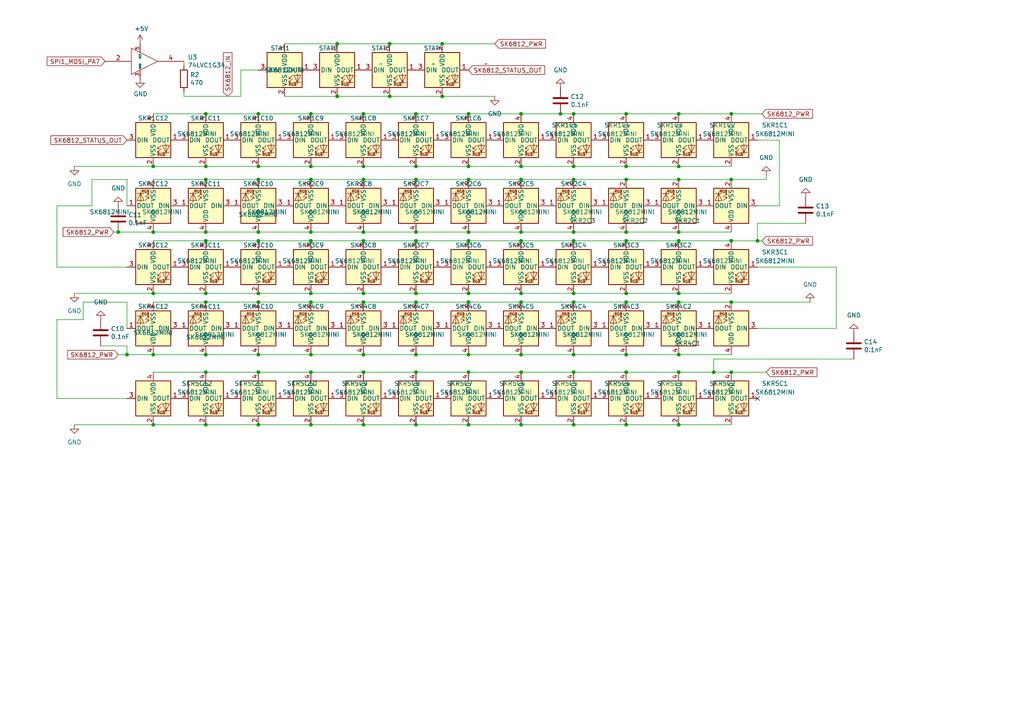
<source format=kicad_sch>
(kicad_sch (version 20211123) (generator eeschema)
  (paper "A4")
  (lib_symbols
    (symbol "Device:C" (pin_numbers hide) (pin_names (offset 0.254))
      (property "Reference" "C" (at 0.635 2.54 0))
      (property "Value" "C" (at 0.635 -2.54 0))
      (symbol "C_0_1"
        (polyline (pts (xy -2.032 -0.762) (xy 2.032 -0.762)) (stroke (width 0.508)))
        (polyline (pts (xy -2.032 0.762) (xy 2.032 0.762)) (stroke (width 0.508)))
      )
      (symbol "C_1_1"
        (pin passive line (at 0 3.81 270) (length 2.794) (name "~") (number "1"))
        (pin passive line (at 0 -3.81 90) (length 2.794) (name "~") (number "2"))
      )
    )
    (symbol "Device:R" (pin_numbers hide) (pin_names (offset 0))
      (property "Reference" "R" (at 2.032 0 90))
      (property "Value" "R" (at 0 0 90))
      (symbol "R_0_1"
        (rectangle (start -1.016 -2.54) (end 1.016 2.54) (stroke (width 0.254)))
      )
      (symbol "R_1_1"
        (pin passive line (at 0 3.81 270) (length 1.27) (name "~") (number "1"))
        (pin passive line (at 0 -3.81 90) (length 1.27) (name "~") (number "2"))
      )
    )
    (symbol "LED:SK6812MINI" (pin_names (offset 0.254))
      (property "Reference" "D" (at 5.08 5.715 0))
      (property "Value" "SK6812MINI" (at 1.27 -5.715 0))
      (symbol "SK6812MINI_0_0"
        (text "RGB" (at 2.286 -4.191 0) (effects (font (size 0.762 0.762))))
      )
      (symbol "SK6812MINI_0_1"
        (polyline (pts (xy 1.27 -3.556) (xy 1.778 -3.556)))
        (polyline (pts (xy 1.27 -2.54) (xy 1.778 -2.54)))
        (polyline (pts (xy 4.699 -3.556) (xy 2.667 -3.556)))
        (polyline (pts (xy 2.286 -2.54) (xy 1.27 -3.556) (xy 1.27 -3.048)))
        (polyline (pts (xy 2.286 -1.524) (xy 1.27 -2.54) (xy 1.27 -2.032)))
        (polyline (pts (xy 3.683 -1.016) (xy 3.683 -3.556) (xy 3.683 -4.064)))
        (polyline (pts (xy 4.699 -1.524) (xy 2.667 -1.524) (xy 3.683 -3.556) (xy 4.699 -1.524)))
        (rectangle (start 5.08 5.08) (end -5.08 -5.08) (stroke (width 0.254)) (fill (type background)))
      )
      (symbol "SK6812MINI_1_1"
        (pin output line (at 7.62 0 180) (length 2.54) (name "DOUT") (number "1"))
        (pin power_in line (at 0 -7.62 90) (length 2.54) (name "VSS") (number "2"))
        (pin input line (at -7.62 0 0) (length 2.54) (name "DIN") (number "3"))
        (pin power_in line (at 0 7.62 270) (length 2.54) (name "VDD") (number "4"))
      )
    )
    (symbol "pouetpouet-rescue:74LVC1G34-74LVC1G34" (pin_names (offset 0.254))
      (property "Reference" "U" (at 2.54 3.81 0))
      (property "Value" "74LVC1G34-74LVC1G34" (at 5.08 -3.81 0))
      (symbol "74LVC1G34-74LVC1G34_0_0"
        (polyline (pts (xy -3.81 3.81) (xy -3.81 -3.81) (xy 3.81 0) (xy -3.81 3.81)))
        (pin power_in line (at -1.27 -5.08 90) (length 2.54) (name "GND") (number "3"))
        (pin power_in line (at -1.27 5.08 270) (length 2.54) (name "VCC") (number "5"))
      )
      (symbol "74LVC1G34-74LVC1G34_1_1"
        (pin input line (at -11.43 0 0) (length 7.62) (name "~") (number "2"))
        (pin output line (at 11.43 0 180) (length 7.62) (name "~") (number "4"))
      )
      (symbol "74LVC1G34-74LVC1G34_1_2"
        (pin input inverted (at -11.43 0 0) (length 7.62) (name "~") (number "2"))
        (pin output line (at 11.43 0 180) (length 7.62) (name "~") (number "4"))
      )
    )
    (symbol "power:+5V" (power) (pin_names (offset 0))
      (property "Value" "+5V" (at 0 3.556 0))
      (symbol "+5V_0_1"
        (polyline (pts (xy -0.762 1.27) (xy 0 2.54)))
        (polyline (pts (xy 0 0) (xy 0 2.54)))
        (polyline (pts (xy 0 2.54) (xy 0.762 1.27)))
      )
      (symbol "+5V_1_1"
        (pin power_in line (at 0 0 90) (length 0) hide (name "+5V") (number "1"))
      )
    )
    (symbol "power:GND" (power) (pin_names (offset 0))
      (property "Value" "GND" (at 0 -3.81 0))
      (symbol "GND_0_1"
        (polyline (pts (xy 0 0) (xy 0 -1.27) (xy 1.27 -1.27) (xy 0 -2.54) (xy -1.27 -1.27) (xy 0 -1.27)))
      )
      (symbol "GND_1_1"
        (pin power_in line (at 0 0 270) (length 0) hide (name "GND") (number "1"))
      )
    )
  )
  (junction (at 166.37 67.31))
  (junction (at 74.93 102.87))
  (junction (at 74.93 107.95))
  (junction (at 74.93 69.85))
  (junction (at 44.45 48.26))
  (junction (at 120.65 67.31))
  (junction (at 90.17 87.63))
  (junction (at 59.69 69.85))
  (junction (at 181.61 48.26))
  (junction (at 135.89 123.19))
  (junction (at 212.09 52.07))
  (junction (at 128.27 27.94))
  (junction (at 90.17 102.87))
  (junction (at 44.45 67.31))
  (junction (at 212.09 107.95))
  (junction (at 181.61 67.31))
  (junction (at 151.13 107.95))
  (junction (at 212.09 69.85))
  (junction (at 151.13 87.63))
  (junction (at 166.37 52.07))
  (junction (at 90.17 85.09))
  (junction (at 105.41 48.26))
  (junction (at 105.41 33.02))
  (junction (at 74.93 33.02))
  (junction (at 59.69 102.87))
  (junction (at 151.13 102.87))
  (junction (at 120.65 33.02))
  (junction (at 166.37 102.87))
  (junction (at 59.69 33.02))
  (junction (at 120.65 85.09))
  (junction (at 166.37 85.09))
  (junction (at 207.01 107.95))
  (junction (at 135.89 102.87))
  (junction (at 166.37 33.02))
  (junction (at 196.85 107.95))
  (junction (at 196.85 85.09))
  (junction (at 74.93 87.63))
  (junction (at 59.69 107.95))
  (junction (at 120.65 107.95))
  (junction (at 166.37 123.19))
  (junction (at 151.13 123.19))
  (junction (at 105.41 67.31))
  (junction (at 196.85 33.02))
  (junction (at 181.61 107.95))
  (junction (at 36.83 102.87))
  (junction (at 135.89 69.85))
  (junction (at 90.17 107.95))
  (junction (at 74.93 52.07))
  (junction (at 90.17 69.85))
  (junction (at 120.65 87.63))
  (junction (at 59.69 87.63))
  (junction (at 90.17 52.07))
  (junction (at 135.89 107.95))
  (junction (at 181.61 85.09))
  (junction (at 44.45 102.87))
  (junction (at 219.71 69.85))
  (junction (at 90.17 67.31))
  (junction (at 162.56 33.02))
  (junction (at 135.89 52.07))
  (junction (at 74.93 67.31))
  (junction (at 74.93 123.19))
  (junction (at 166.37 87.63))
  (junction (at 113.03 12.7))
  (junction (at 135.89 67.31))
  (junction (at 196.85 69.85))
  (junction (at 120.65 69.85))
  (junction (at 151.13 48.26))
  (junction (at 90.17 48.26))
  (junction (at 196.85 123.19))
  (junction (at 97.79 12.7))
  (junction (at 151.13 85.09))
  (junction (at 105.41 52.07))
  (junction (at 135.89 87.63))
  (junction (at 181.61 102.87))
  (junction (at 196.85 87.63))
  (junction (at 181.61 87.63))
  (junction (at 196.85 48.26))
  (junction (at 105.41 123.19))
  (junction (at 135.89 85.09))
  (junction (at 135.89 48.26))
  (junction (at 212.09 33.02))
  (junction (at 105.41 87.63))
  (junction (at 151.13 52.07))
  (junction (at 34.29 67.31))
  (junction (at 151.13 69.85))
  (junction (at 181.61 52.07))
  (junction (at 97.79 27.94))
  (junction (at 59.69 48.26))
  (junction (at 105.41 102.87))
  (junction (at 59.69 67.31))
  (junction (at 59.69 85.09))
  (junction (at 196.85 52.07))
  (junction (at 181.61 123.19))
  (junction (at 151.13 33.02))
  (junction (at 181.61 69.85))
  (junction (at 59.69 52.07))
  (junction (at 90.17 123.19))
  (junction (at 166.37 69.85))
  (junction (at 181.61 33.02))
  (junction (at 113.03 27.94))
  (junction (at 105.41 107.95))
  (junction (at 105.41 85.09))
  (junction (at 59.69 123.19))
  (junction (at 166.37 48.26))
  (junction (at 74.93 85.09))
  (junction (at 128.27 12.7))
  (junction (at 120.65 52.07))
  (junction (at 135.89 33.02))
  (junction (at 74.93 48.26))
  (junction (at 120.65 48.26))
  (junction (at 196.85 67.31))
  (junction (at 196.85 102.87))
  (junction (at 120.65 102.87))
  (junction (at 212.09 87.63))
  (junction (at 90.17 33.02))
  (junction (at 166.37 107.95))
  (junction (at 44.45 123.19))
  (junction (at 44.45 85.09))
  (junction (at 105.41 69.85))
  (junction (at 120.65 123.19))
  (junction (at 151.13 67.31))
  (no_connect (at 219.71 115.57))
  (wire (pts (xy 59.69 48.26) (xy 74.93 48.26)))
  (wire (pts (xy 166.37 67.31) (xy 151.13 67.31)))
  (wire (pts (xy 74.93 52.07) (xy 59.69 52.07)))
  (wire (pts (xy 105.41 67.31) (xy 90.17 67.31)))
  (wire (pts (xy 181.61 52.07) (xy 166.37 52.07)))
  (wire (pts (xy 59.69 52.07) (xy 44.45 52.07)))
  (wire (pts (xy 219.71 64.77) (xy 219.71 69.85)))
  (wire (pts (xy 24.13 92.71) (xy 16.51 92.71)))
  (wire (pts (xy 90.17 85.09) (xy 105.41 85.09)))
  (wire (pts (xy 120.65 85.09) (xy 135.89 85.09)))
  (wire (pts (xy 151.13 48.26) (xy 166.37 48.26)))
  (wire (pts (xy 181.61 85.09) (xy 196.85 85.09)))
  (wire (pts (xy 90.17 48.26) (xy 105.41 48.26)))
  (wire (pts (xy 135.89 123.19) (xy 151.13 123.19)))
  (wire (pts (xy 69.85 20.32) (xy 69.85 27.94)))
  (wire (pts (xy 135.89 67.31) (xy 120.65 67.31)))
  (wire (pts (xy 16.51 115.57) (xy 36.83 115.57)))
  (wire (pts (xy 120.65 107.95) (xy 135.89 107.95)))
  (wire (pts (xy 44.45 123.19) (xy 59.69 123.19)))
  (wire (pts (xy 44.45 48.26) (xy 59.69 48.26)))
  (wire (pts (xy 128.27 27.94) (xy 143.51 27.94)))
  (wire (pts (xy 44.45 107.95) (xy 59.69 107.95)))
  (wire (pts (xy 181.61 48.26) (xy 196.85 48.26)))
  (wire (pts (xy 90.17 67.31) (xy 74.93 67.31)))
  (wire (pts (xy 181.61 102.87) (xy 166.37 102.87)))
  (wire (pts (xy 196.85 69.85) (xy 212.09 69.85)))
  (wire (pts (xy 135.89 107.95) (xy 151.13 107.95)))
  (wire (pts (xy 151.13 69.85) (xy 166.37 69.85)))
  (wire (pts (xy 105.41 69.85) (xy 120.65 69.85)))
  (wire (pts (xy 82.55 12.7) (xy 97.79 12.7)))
  (wire (pts (xy 113.03 27.94) (xy 128.27 27.94)))
  (wire (pts (xy 44.45 33.02) (xy 59.69 33.02)))
  (wire (pts (xy 151.13 85.09) (xy 166.37 85.09)))
  (wire (pts (xy 212.09 52.07) (xy 196.85 52.07)))
  (wire (pts (xy 120.65 87.63) (xy 105.41 87.63)))
  (wire (pts (xy 105.41 85.09) (xy 120.65 85.09)))
  (wire (pts (xy 90.17 123.19) (xy 105.41 123.19)))
  (wire (pts (xy 196.85 123.19) (xy 212.09 123.19)))
  (wire (pts (xy 212.09 52.07) (xy 222.25 52.07)))
  (wire (pts (xy 181.61 69.85) (xy 196.85 69.85)))
  (wire (pts (xy 59.69 33.02) (xy 74.93 33.02)))
  (wire (pts (xy 105.41 102.87) (xy 90.17 102.87)))
  (wire (pts (xy 166.37 85.09) (xy 181.61 85.09)))
  (wire (pts (xy 59.69 67.31) (xy 44.45 67.31)))
  (wire (pts (xy 162.56 33.02) (xy 166.37 33.02)))
  (wire (pts (xy 181.61 67.31) (xy 166.37 67.31)))
  (wire (pts (xy 74.93 67.31) (xy 59.69 67.31)))
  (wire (pts (xy 120.65 69.85) (xy 135.89 69.85)))
  (wire (pts (xy 82.55 27.94) (xy 97.79 27.94)))
  (wire (pts (xy 166.37 33.02) (xy 181.61 33.02)))
  (wire (pts (xy 166.37 102.87) (xy 151.13 102.87)))
  (wire (pts (xy 97.79 12.7) (xy 113.03 12.7)))
  (wire (pts (xy 24.13 87.63) (xy 24.13 92.71)))
  (wire (pts (xy 105.41 48.26) (xy 120.65 48.26)))
  (wire (pts (xy 120.65 33.02) (xy 135.89 33.02)))
  (wire (pts (xy 90.17 102.87) (xy 74.93 102.87)))
  (wire (pts (xy 59.69 85.09) (xy 74.93 85.09)))
  (wire (pts (xy 120.65 67.31) (xy 105.41 67.31)))
  (wire (pts (xy 196.85 48.26) (xy 212.09 48.26)))
  (wire (pts (xy 97.79 27.94) (xy 113.03 27.94)))
  (wire (pts (xy 53.34 26.67) (xy 53.34 27.94)))
  (wire (pts (xy 212.09 33.02) (xy 220.98 33.02)))
  (wire (pts (xy 166.37 52.07) (xy 151.13 52.07)))
  (wire (pts (xy 181.61 33.02) (xy 196.85 33.02)))
  (wire (pts (xy 151.13 67.31) (xy 135.89 67.31)))
  (wire (pts (xy 21.59 85.09) (xy 44.45 85.09)))
  (wire (pts (xy 26.67 59.69) (xy 16.51 59.69)))
  (wire (pts (xy 135.89 87.63) (xy 120.65 87.63)))
  (wire (pts (xy 59.69 69.85) (xy 74.93 69.85)))
  (wire (pts (xy 44.45 102.87) (xy 36.83 102.87)))
  (wire (pts (xy 234.95 87.63) (xy 212.09 87.63)))
  (wire (pts (xy 226.06 59.69) (xy 219.71 59.69)))
  (wire (pts (xy 120.65 48.26) (xy 135.89 48.26)))
  (wire (pts (xy 90.17 69.85) (xy 105.41 69.85)))
  (wire (pts (xy 226.06 40.64) (xy 226.06 59.69)))
  (wire (pts (xy 135.89 33.02) (xy 151.13 33.02)))
  (wire (pts (xy 135.89 69.85) (xy 151.13 69.85)))
  (wire (pts (xy 74.93 48.26) (xy 90.17 48.26)))
  (wire (pts (xy 105.41 52.07) (xy 90.17 52.07)))
  (wire (pts (xy 34.29 67.31) (xy 33.02 67.31)))
  (wire (pts (xy 16.51 59.69) (xy 16.51 77.47)))
  (wire (pts (xy 242.57 77.47) (xy 242.57 95.25)))
  (wire (pts (xy 212.09 102.87) (xy 196.85 102.87)))
  (wire (pts (xy 196.85 107.95) (xy 207.01 107.95)))
  (wire (pts (xy 135.89 52.07) (xy 120.65 52.07)))
  (wire (pts (xy 196.85 67.31) (xy 181.61 67.31)))
  (wire (pts (xy 90.17 33.02) (xy 105.41 33.02)))
  (wire (pts (xy 212.09 67.31) (xy 196.85 67.31)))
  (wire (pts (xy 44.45 67.31) (xy 34.29 67.31)))
  (wire (pts (xy 36.83 102.87) (xy 34.29 102.87)))
  (wire (pts (xy 26.67 52.07) (xy 26.67 59.69)))
  (wire (pts (xy 181.61 107.95) (xy 196.85 107.95)))
  (wire (pts (xy 90.17 87.63) (xy 74.93 87.63)))
  (wire (pts (xy 166.37 48.26) (xy 181.61 48.26)))
  (wire (pts (xy 196.85 102.87) (xy 181.61 102.87)))
  (wire (pts (xy 120.65 123.19) (xy 135.89 123.19)))
  (wire (pts (xy 53.34 27.94) (xy 69.85 27.94)))
  (wire (pts (xy 74.93 102.87) (xy 59.69 102.87)))
  (wire (pts (xy 135.89 48.26) (xy 151.13 48.26)))
  (wire (pts (xy 207.01 107.95) (xy 212.09 107.95)))
  (wire (pts (xy 74.93 33.02) (xy 90.17 33.02)))
  (wire (pts (xy 74.93 123.19) (xy 90.17 123.19)))
  (wire (pts (xy 120.65 52.07) (xy 105.41 52.07)))
  (wire (pts (xy 59.69 107.95) (xy 74.93 107.95)))
  (wire (pts (xy 74.93 107.95) (xy 90.17 107.95)))
  (wire (pts (xy 90.17 52.07) (xy 74.93 52.07)))
  (wire (pts (xy 135.89 102.87) (xy 120.65 102.87)))
  (wire (pts (xy 90.17 107.95) (xy 105.41 107.95)))
  (wire (pts (xy 36.83 59.69) (xy 36.83 52.07)))
  (wire (pts (xy 181.61 123.19) (xy 196.85 123.19)))
  (wire (pts (xy 181.61 53.34) (xy 181.61 52.07)))
  (wire (pts (xy 196.85 87.63) (xy 212.09 87.63)))
  (wire (pts (xy 219.71 40.64) (xy 226.06 40.64)))
  (wire (pts (xy 181.61 87.63) (xy 166.37 87.63)))
  (wire (pts (xy 53.34 19.05) (xy 53.34 17.78)))
  (wire (pts (xy 16.51 92.71) (xy 16.51 115.57)))
  (wire (pts (xy 59.69 123.19) (xy 74.93 123.19)))
  (wire (pts (xy 166.37 123.19) (xy 181.61 123.19)))
  (wire (pts (xy 74.93 85.09) (xy 90.17 85.09)))
  (wire (pts (xy 29.21 100.33) (xy 36.83 100.33)))
  (wire (pts (xy 21.59 48.26) (xy 44.45 48.26)))
  (wire (pts (xy 212.09 69.85) (xy 219.71 69.85)))
  (wire (pts (xy 69.85 20.32) (xy 74.93 20.32)))
  (wire (pts (xy 219.71 77.47) (xy 242.57 77.47)))
  (wire (pts (xy 105.41 107.95) (xy 120.65 107.95)))
  (wire (pts (xy 44.45 85.09) (xy 59.69 85.09)))
  (wire (pts (xy 74.93 69.85) (xy 90.17 69.85)))
  (wire (pts (xy 113.03 12.7) (xy 128.27 12.7)))
  (wire (pts (xy 44.45 69.85) (xy 59.69 69.85)))
  (wire (pts (xy 247.65 104.14) (xy 207.01 104.14)))
  (wire (pts (xy 222.25 50.8) (xy 222.25 52.07)))
  (wire (pts (xy 151.13 107.95) (xy 166.37 107.95)))
  (wire (pts (xy 166.37 69.85) (xy 181.61 69.85)))
  (wire (pts (xy 105.41 87.63) (xy 90.17 87.63)))
  (wire (pts (xy 151.13 102.87) (xy 135.89 102.87)))
  (wire (pts (xy 59.69 87.63) (xy 44.45 87.63)))
  (wire (pts (xy 196.85 33.02) (xy 212.09 33.02)))
  (wire (pts (xy 59.69 102.87) (xy 44.45 102.87)))
  (wire (pts (xy 207.01 104.14) (xy 207.01 107.95)))
  (wire (pts (xy 74.93 87.63) (xy 59.69 87.63)))
  (wire (pts (xy 151.13 52.07) (xy 135.89 52.07)))
  (wire (pts (xy 166.37 107.95) (xy 181.61 107.95)))
  (wire (pts (xy 151.13 123.19) (xy 166.37 123.19)))
  (wire (pts (xy 128.27 12.7) (xy 143.51 12.7)))
  (wire (pts (xy 120.65 102.87) (xy 105.41 102.87)))
  (wire (pts (xy 196.85 85.09) (xy 212.09 85.09)))
  (wire (pts (xy 212.09 107.95) (xy 222.25 107.95)))
  (wire (pts (xy 233.68 64.77) (xy 219.71 64.77)))
  (wire (pts (xy 135.89 85.09) (xy 151.13 85.09)))
  (wire (pts (xy 166.37 87.63) (xy 151.13 87.63)))
  (wire (pts (xy 196.85 87.63) (xy 181.61 87.63)))
  (wire (pts (xy 21.59 123.19) (xy 44.45 123.19)))
  (wire (pts (xy 16.51 77.47) (xy 36.83 77.47)))
  (wire (pts (xy 151.13 33.02) (xy 162.56 33.02)))
  (wire (pts (xy 219.71 69.85) (xy 220.98 69.85)))
  (wire (pts (xy 196.85 52.07) (xy 181.61 52.07)))
  (wire (pts (xy 105.41 33.02) (xy 120.65 33.02)))
  (wire (pts (xy 36.83 87.63) (xy 36.83 95.25)))
  (wire (pts (xy 26.67 52.07) (xy 36.83 52.07)))
  (wire (pts (xy 36.83 100.33) (xy 36.83 102.87)))
  (wire (pts (xy 242.57 95.25) (xy 219.71 95.25)))
  (wire (pts (xy 105.41 123.19) (xy 120.65 123.19)))
  (wire (pts (xy 151.13 87.63) (xy 135.89 87.63)))
  (wire (pts (xy 24.13 87.63) (xy 36.83 87.63)))
  (global_label "SK6812_STATUS_OUT" (shape input) (at 135.89 20.32 0) (property "Intersheet References" "${INTERSHEET_REFS}" (effects hide)))
  (global_label "SK6812_IN" (shape input) (at 66.04 27.94 90) (property "Intersheet References" "${INTERSHEET_REFS}" (effects hide)))
  (global_label "SK6812_PWR" (shape input) (at 33.02 67.31 180) (property "Intersheet References" "${INTERSHEET_REFS}" (effects hide)))
  (global_label "SK6812_PWR" (shape input) (at 220.98 69.85 0) (property "Intersheet References" "${INTERSHEET_REFS}" (effects hide)))
  (global_label "SK6812_PWR" (shape input) (at 222.25 107.95 0) (property "Intersheet References" "${INTERSHEET_REFS}" (effects hide)))
  (global_label "SK6812_STATUS_OUT" (shape input) (at 36.83 40.64 180) (property "Intersheet References" "${INTERSHEET_REFS}" (effects hide)))
  (global_label "SK6812_PWR" (shape input) (at 34.29 102.87 180) (property "Intersheet References" "${INTERSHEET_REFS}" (effects hide)))
  (global_label "SK6812_PWR" (shape input) (at 220.98 33.02 0) (property "Intersheet References" "${INTERSHEET_REFS}" (effects hide)))
  (global_label "SK6812_PWR" (shape input) (at 143.51 12.7 0) (property "Intersheet References" "${INTERSHEET_REFS}" (effects hide)))
  (global_label "SPI1_MOSI_PA7" (shape input) (at 30.48 17.78 180) (property "Intersheet References" "${INTERSHEET_REFS}" (effects hide)))
  (symbol (lib_id "pouetpouet-rescue:74LVC1G34-74LVC1G34") (at 41.91 17.78 0) (unit 1)
    (property "Reference" "U3" (at 54.4576 16.6116 0) (effects (justify left)))
    (property "Value" "74LVC1G34" (at 54.4576 18.923 0) (effects (justify left)))
    (property "Footprint" "Package_TO_SOT_SMD:SOT-23-5" (effects hide))
  )
  (symbol (lib_id "power:+5V") (at 40.64 12.7 0) (unit 1)
    (property "Reference" "#PWR0115" (effects hide))
    (property "Value" "+5V" (at 41.021 8.3058 0))
  )
  (symbol (lib_id "power:GND") (at 40.64 22.86 0) (unit 1)
    (property "Reference" "#PWR0116" (effects hide))
    (property "Value" "GND" (at 40.767 27.2542 0))
  )
  (symbol (lib_id "Device:R") (at 53.34 22.86 0) (unit 1)
    (property "Reference" "R2" (at 55.118 21.6916 0) (effects (justify left)))
    (property "Value" "470" (at 55.118 24.003 0) (effects (justify left)))
    (property "Footprint" "Resistor_SMD:R_0805_2012Metric_Pad1.15x1.40mm_HandSolder" (effects hide))
  )
  (symbol (lib_id "LED:SK6812MINI") (at 181.61 115.57 0) (unit 1)
    (property "Reference" "SKR5C3" (at 194.31 111.2393 0))
    (property "Value" "SK6812MINI" (at 194.31 113.7793 0))
    (property "Footprint" "custom:SK6812Mini-E-BACK-BIS" (effects hide))
    (property "Datasheet" "https://cdn-shop.adafruit.com/product-files/2686/SK6812MINI_REV.01-1-2.pdf" (effects hide))
  )
  (symbol (lib_id "LED:SK6812MINI") (at 105.41 95.25 180) (unit 1)
    (property "Reference" "SKR4C8" (at 105.41 88.9 0))
    (property "Value" "SK6812MINI" (at 92.71 97.0407 0))
    (property "Footprint" "custom:SK6812Mini-E-BACK-BIS" (effects hide))
    (property "Datasheet" "https://cdn-shop.adafruit.com/product-files/2686/SK6812MINI_REV.01-1-2.pdf" (effects hide))
  )
  (symbol (lib_id "power:GND") (at 29.21 92.71 180) (unit 1)
    (property "Reference" "#PWR01" (effects hide))
    (property "Value" "GND" (at 29.21 87.63 0))
  )
  (symbol (lib_id "LED:SK6812MINI") (at 135.89 95.25 180) (unit 1)
    (property "Reference" "SKR4C6" (at 135.89 88.9 0))
    (property "Value" "SK6812MINI" (at 123.19 97.0407 0))
    (property "Footprint" "custom:SK6812Mini-E-BACK-BIS" (effects hide))
    (property "Datasheet" "https://cdn-shop.adafruit.com/product-files/2686/SK6812MINI_REV.01-1-2.pdf" (effects hide))
  )
  (symbol (lib_id "LED:SK6812MINI") (at 105.41 59.69 180) (unit 1)
    (property "Reference" "SKR2C8" (at 104.14 53.34 0))
    (property "Value" "SK6812MINI" (at 92.71 61.4807 0))
    (property "Footprint" "custom:SK6812Mini-E-BACK-BIS" (effects hide))
    (property "Datasheet" "https://cdn-shop.adafruit.com/product-files/2686/SK6812MINI_REV.01-1-2.pdf" (effects hide))
  )
  (symbol (lib_id "LED:SK6812MINI") (at 90.17 115.57 0) (unit 1)
    (property "Reference" "SKR5C9" (at 102.87 111.2393 0))
    (property "Value" "SK6812MINI" (at 102.87 113.7793 0))
    (property "Footprint" "custom:SK6812Mini-E-BACK-BIS" (effects hide))
    (property "Datasheet" "https://cdn-shop.adafruit.com/product-files/2686/SK6812MINI_REV.01-1-2.pdf" (effects hide))
  )
  (symbol (lib_id "LED:SK6812MINI") (at 59.69 115.57 0) (unit 1)
    (property "Reference" "SKR5C11" (at 72.39 111.2393 0))
    (property "Value" "SK6812MINI" (at 72.39 113.7793 0))
    (property "Footprint" "custom:SK6812Mini-E-BACK-BIS" (effects hide))
    (property "Datasheet" "https://cdn-shop.adafruit.com/product-files/2686/SK6812MINI_REV.01-1-2.pdf" (effects hide))
  )
  (symbol (lib_id "LED:SK6812MINI") (at 135.89 40.64 0) (unit 1)
    (property "Reference" "SKR1C6" (at 135.89 34.29 0))
    (property "Value" "SK6812MINI" (at 148.59 38.8493 0))
    (property "Footprint" "custom:SK6812Mini-E-BACK-BIS" (effects hide))
    (property "Datasheet" "https://cdn-shop.adafruit.com/product-files/2686/SK6812MINI_REV.01-1-2.pdf" (effects hide))
  )
  (symbol (lib_id "LED:SK6812MINI") (at 82.55 20.32 0) (unit 1)
    (property "Reference" "STAT1" (at 81.28 13.97 0))
    (property "Value" "SK6812MINI" (at 82.55 20.32 0))
    (property "Footprint" "LED_SMD:LED_SK6812MINI_PLCC4_3.5x3.5mm_P1.75mm" (effects hide))
    (property "Datasheet" "https://cdn-shop.adafruit.com/product-files/2686/SK6812MINI_REV.01-1-2.pdf" (effects hide))
  )
  (symbol (lib_id "LED:SK6812MINI") (at 90.17 40.64 0) (unit 1)
    (property "Reference" "SKR1C9" (at 90.17 34.29 0))
    (property "Value" "SK6812MINI" (at 102.87 38.8493 0))
    (property "Footprint" "custom:SK6812Mini-E-BACK-BIS" (effects hide))
    (property "Datasheet" "https://cdn-shop.adafruit.com/product-files/2686/SK6812MINI_REV.01-1-2.pdf" (effects hide))
  )
  (symbol (lib_id "Device:C") (at 34.29 63.5 0) (unit 1)
    (property "Reference" "C11" (at 37.211 62.3316 0) (effects (justify left)))
    (property "Value" "0.1nF" (at 37.211 64.643 0) (effects (justify left)))
    (property "Footprint" "Resistor_SMD:R_0805_2012Metric" (effects hide))
  )
  (symbol (lib_id "Device:C") (at 247.65 100.33 0) (unit 1)
    (property "Reference" "C14" (at 250.571 99.1616 0) (effects (justify left)))
    (property "Value" "0.1nF" (at 250.571 101.473 0) (effects (justify left)))
    (property "Footprint" "Resistor_SMD:R_0805_2012Metric" (effects hide))
  )
  (symbol (lib_id "LED:SK6812MINI") (at 212.09 115.57 0) (unit 1)
    (property "Reference" "SKR5C1" (at 224.79 111.2393 0))
    (property "Value" "SK6812MINI" (at 224.79 113.7793 0))
    (property "Footprint" "custom:SK6812Mini-E-BACK-BIS" (effects hide))
    (property "Datasheet" "https://cdn-shop.adafruit.com/product-files/2686/SK6812MINI_REV.01-1-2.pdf" (effects hide))
  )
  (symbol (lib_id "LED:SK6812MINI") (at 196.85 77.47 0) (unit 1)
    (property "Reference" "SKR3C2" (at 196.85 71.12 0))
    (property "Value" "SK6812MINI" (at 209.55 75.6793 0))
    (property "Footprint" "custom:SK6812Mini-E-BACK-BIS" (effects hide))
    (property "Datasheet" "https://cdn-shop.adafruit.com/product-files/2686/SK6812MINI_REV.01-1-2.pdf" (effects hide))
  )
  (symbol (lib_id "LED:SK6812MINI") (at 196.85 95.25 180) (unit 1)
    (property "Reference" "SKR4C2" (at 196.85 88.9 0))
    (property "Value" "SK6812MINI" (at 184.15 97.0407 0))
    (property "Footprint" "custom:SK6812Mini-E-BACK-BIS" (effects hide))
    (property "Datasheet" "https://cdn-shop.adafruit.com/product-files/2686/SK6812MINI_REV.01-1-2.pdf" (effects hide))
  )
  (symbol (lib_id "LED:SK6812MINI") (at 151.13 95.25 180) (unit 1)
    (property "Reference" "SKR4C5" (at 151.13 88.9 0))
    (property "Value" "SK6812MINI" (at 138.43 97.0407 0))
    (property "Footprint" "custom:SK6812Mini-E-BACK-BIS" (effects hide))
    (property "Datasheet" "https://cdn-shop.adafruit.com/product-files/2686/SK6812MINI_REV.01-1-2.pdf" (effects hide))
  )
  (symbol (lib_id "power:GND") (at 162.56 25.4 180) (unit 1)
    (property "Reference" "#PWR03" (effects hide))
    (property "Value" "GND" (at 162.56 20.32 0))
  )
  (symbol (lib_id "LED:SK6812MINI") (at 105.41 115.57 0) (unit 1)
    (property "Reference" "SKR5C8" (at 118.11 111.2393 0))
    (property "Value" "SK6812MINI" (at 118.11 113.7793 0))
    (property "Footprint" "custom:SK6812Mini-E-BACK-BIS" (effects hide))
    (property "Datasheet" "https://cdn-shop.adafruit.com/product-files/2686/SK6812MINI_REV.01-1-2.pdf" (effects hide))
  )
  (symbol (lib_id "LED:SK6812MINI") (at 151.13 59.69 180) (unit 1)
    (property "Reference" "SKR2C5" (at 151.13 53.34 0))
    (property "Value" "SK6812MINI" (at 138.43 61.4807 0))
    (property "Footprint" "custom:SK6812Mini-E-BACK-BIS" (effects hide))
    (property "Datasheet" "https://cdn-shop.adafruit.com/product-files/2686/SK6812MINI_REV.01-1-2.pdf" (effects hide))
  )
  (symbol (lib_id "LED:SK6812MINI") (at 44.45 59.69 180) (unit 1)
    (property "Reference" "SKR2C12" (at 44.45 53.34 0))
    (property "Value" "SK6812MINI" (at 31.75 61.4807 0))
    (property "Footprint" "custom:SK6812Mini-E-BACK-BIS" (effects hide))
    (property "Datasheet" "https://cdn-shop.adafruit.com/product-files/2686/SK6812MINI_REV.01-1-2.pdf" (effects hide))
  )
  (symbol (lib_id "LED:SK6812MINI") (at 135.89 77.47 0) (unit 1)
    (property "Reference" "SKR3C6" (at 135.89 71.12 0))
    (property "Value" "SK6812MINI" (at 148.59 75.6793 0))
    (property "Footprint" "custom:SK6812Mini-E-BACK-BIS" (effects hide))
    (property "Datasheet" "https://cdn-shop.adafruit.com/product-files/2686/SK6812MINI_REV.01-1-2.pdf" (effects hide))
  )
  (symbol (lib_id "LED:SK6812MINI") (at 128.27 20.32 0) (unit 1)
    (property "Reference" "STAT4" (at 125.73 13.97 0))
    (property "Value" "~" (at 140.97 18.5293 0))
    (property "Footprint" "LED_SMD:LED_SK6812MINI_PLCC4_3.5x3.5mm_P1.75mm" (effects hide))
    (property "Datasheet" "https://cdn-shop.adafruit.com/product-files/2686/SK6812MINI_REV.01-1-2.pdf" (effects hide))
  )
  (symbol (lib_id "LED:SK6812MINI") (at 166.37 115.57 0) (unit 1)
    (property "Reference" "SKR5C4" (at 179.07 111.2393 0))
    (property "Value" "SK6812MINI" (at 179.07 113.7793 0))
    (property "Footprint" "custom:SK6812Mini-E-BACK-BIS" (effects hide))
    (property "Datasheet" "https://cdn-shop.adafruit.com/product-files/2686/SK6812MINI_REV.01-1-2.pdf" (effects hide))
  )
  (symbol (lib_id "LED:SK6812MINI") (at 151.13 115.57 0) (unit 1)
    (property "Reference" "SKR5C5" (at 163.83 111.2393 0))
    (property "Value" "SK6812MINI" (at 163.83 113.7793 0))
    (property "Footprint" "custom:SK6812Mini-E-BACK-BIS" (effects hide))
    (property "Datasheet" "https://cdn-shop.adafruit.com/product-files/2686/SK6812MINI_REV.01-1-2.pdf" (effects hide))
  )
  (symbol (lib_id "LED:SK6812MINI") (at 135.89 59.69 180) (unit 1)
    (property "Reference" "SKR2C6" (at 135.89 53.34 0))
    (property "Value" "SK6812MINI" (at 123.19 61.4807 0))
    (property "Footprint" "custom:SK6812Mini-E-BACK-BIS" (effects hide))
    (property "Datasheet" "https://cdn-shop.adafruit.com/product-files/2686/SK6812MINI_REV.01-1-2.pdf" (effects hide))
  )
  (symbol (lib_id "LED:SK6812MINI") (at 90.17 77.47 0) (unit 1)
    (property "Reference" "SKR3C9" (at 90.17 71.12 0))
    (property "Value" "SK6812MINI" (at 102.87 75.6793 0))
    (property "Footprint" "custom:SK6812Mini-E-BACK-BIS" (effects hide))
    (property "Datasheet" "https://cdn-shop.adafruit.com/product-files/2686/SK6812MINI_REV.01-1-2.pdf" (effects hide))
  )
  (symbol (lib_id "LED:SK6812MINI") (at 120.65 59.69 180) (unit 1)
    (property "Reference" "SKR2C7" (at 120.65 53.34 0))
    (property "Value" "SK6812MINI" (at 107.95 61.4807 0))
    (property "Footprint" "custom:SK6812Mini-E-BACK-BIS" (effects hide))
    (property "Datasheet" "https://cdn-shop.adafruit.com/product-files/2686/SK6812MINI_REV.01-1-2.pdf" (effects hide))
  )
  (symbol (lib_id "LED:SK6812MINI") (at 74.93 77.47 0) (unit 1)
    (property "Reference" "SKR3C10" (at 74.93 71.12 0))
    (property "Value" "SK6812MINI" (at 87.63 75.6793 0))
    (property "Footprint" "custom:SK6812Mini-E-BACK-BIS" (effects hide))
    (property "Datasheet" "https://cdn-shop.adafruit.com/product-files/2686/SK6812MINI_REV.01-1-2.pdf" (effects hide))
  )
  (symbol (lib_id "LED:SK6812MINI") (at 59.69 59.69 180) (unit 1)
    (property "Reference" "SKR2C11" (at 59.69 53.34 0))
    (property "Value" "SK6812MINI" (at 46.99 61.4807 0))
    (property "Footprint" "custom:SK6812Mini-E-BACK-BIS" (effects hide))
    (property "Datasheet" "https://cdn-shop.adafruit.com/product-files/2686/SK6812MINI_REV.01-1-2.pdf" (effects hide))
  )
  (symbol (lib_id "LED:SK6812MINI") (at 44.45 77.47 0) (unit 1)
    (property "Reference" "SKR3C12" (at 44.45 71.12 0))
    (property "Value" "SK6812MINI" (at 57.15 75.6793 0))
    (property "Footprint" "custom:SK6812Mini-E-BACK-BIS" (effects hide))
    (property "Datasheet" "https://cdn-shop.adafruit.com/product-files/2686/SK6812MINI_REV.01-1-2.pdf" (effects hide))
  )
  (symbol (lib_id "LED:SK6812MINI") (at 196.85 59.69 180) (unit 1)
    (property "Reference" "SKR2C2" (at 184.15 64.0207 0))
    (property "Value" "SK6812MINI" (at 184.15 61.4807 0))
    (property "Footprint" "custom:SK6812Mini-E-BACK-BIS" (effects hide))
    (property "Datasheet" "https://cdn-shop.adafruit.com/product-files/2686/SK6812MINI_REV.01-1-2.pdf" (effects hide))
  )
  (symbol (lib_id "LED:SK6812MINI") (at 196.85 115.57 0) (unit 1)
    (property "Reference" "SKR5C2" (at 209.55 111.2393 0))
    (property "Value" "SK6812MINI" (at 209.55 113.7793 0))
    (property "Footprint" "custom:SK6812Mini-E-BACK-BIS" (effects hide))
    (property "Datasheet" "https://cdn-shop.adafruit.com/product-files/2686/SK6812MINI_REV.01-1-2.pdf" (effects hide))
  )
  (symbol (lib_id "LED:SK6812MINI") (at 74.93 95.25 180) (unit 1)
    (property "Reference" "SKR4C10" (at 74.93 88.9 0))
    (property "Value" "SK6812MINI" (at 62.23 97.0407 0))
    (property "Footprint" "custom:SK6812Mini-E-BACK-BIS" (effects hide))
    (property "Datasheet" "https://cdn-shop.adafruit.com/product-files/2686/SK6812MINI_REV.01-1-2.pdf" (effects hide))
  )
  (symbol (lib_id "LED:SK6812MINI") (at 196.85 40.64 0) (unit 1)
    (property "Reference" "SKR1C2" (at 209.55 36.3093 0))
    (property "Value" "SK6812MINI" (at 209.55 38.8493 0))
    (property "Footprint" "custom:SK6812Mini-E-BACK-BIS" (effects hide))
    (property "Datasheet" "https://cdn-shop.adafruit.com/product-files/2686/SK6812MINI_REV.01-1-2.pdf" (effects hide))
  )
  (symbol (lib_id "LED:SK6812MINI") (at 113.03 20.32 0) (unit 1)
    (property "Reference" "STAT3" (at 110.49 13.97 0))
    (property "Value" "~" (at 125.73 18.5293 0))
    (property "Footprint" "LED_SMD:LED_SK6812MINI_PLCC4_3.5x3.5mm_P1.75mm" (effects hide))
    (property "Datasheet" "https://cdn-shop.adafruit.com/product-files/2686/SK6812MINI_REV.01-1-2.pdf" (effects hide))
  )
  (symbol (lib_id "LED:SK6812MINI") (at 105.41 40.64 0) (unit 1)
    (property "Reference" "SKR1C8" (at 105.41 34.29 0))
    (property "Value" "SK6812MINI" (at 118.11 38.8493 0))
    (property "Footprint" "custom:SK6812Mini-E-BACK-BIS" (effects hide))
    (property "Datasheet" "https://cdn-shop.adafruit.com/product-files/2686/SK6812MINI_REV.01-1-2.pdf" (effects hide))
  )
  (symbol (lib_id "LED:SK6812MINI") (at 44.45 40.64 0) (unit 1)
    (property "Reference" "SKR1C12" (at 44.45 34.29 0))
    (property "Value" "SK6812MINI" (at 57.15 38.8493 0))
    (property "Footprint" "custom:SK6812Mini-E-BACK-BIS" (effects hide))
    (property "Datasheet" "https://cdn-shop.adafruit.com/product-files/2686/SK6812MINI_REV.01-1-2.pdf" (effects hide))
  )
  (symbol (lib_id "Device:C") (at 162.56 29.21 0) (unit 1)
    (property "Reference" "C12" (at 165.481 28.0416 0) (effects (justify left)))
    (property "Value" "0.1nF" (at 165.481 30.353 0) (effects (justify left)))
    (property "Footprint" "Resistor_SMD:R_0805_2012Metric" (effects hide))
  )
  (symbol (lib_id "LED:SK6812MINI") (at 212.09 40.64 0) (unit 1)
    (property "Reference" "SKR1C1" (at 224.79 36.3093 0))
    (property "Value" "SK6812MINI" (at 224.79 38.8493 0))
    (property "Footprint" "custom:SK6812Mini-E-BACK-BIS" (effects hide))
    (property "Datasheet" "https://cdn-shop.adafruit.com/product-files/2686/SK6812MINI_REV.01-1-2.pdf" (effects hide))
  )
  (symbol (lib_id "LED:SK6812MINI") (at 59.69 40.64 0) (unit 1)
    (property "Reference" "SKR1C11" (at 59.69 34.29 0))
    (property "Value" "SK6812MINI" (at 72.39 38.8493 0))
    (property "Footprint" "custom:SK6812Mini-E-BACK-BIS" (effects hide))
    (property "Datasheet" "https://cdn-shop.adafruit.com/product-files/2686/SK6812MINI_REV.01-1-2.pdf" (effects hide))
  )
  (symbol (lib_id "LED:SK6812MINI") (at 166.37 40.64 0) (unit 1)
    (property "Reference" "SKR1C4" (at 179.07 36.3093 0))
    (property "Value" "SK6812MINI" (at 179.07 38.8493 0))
    (property "Footprint" "custom:SK6812Mini-E-BACK-BIS" (effects hide))
    (property "Datasheet" "https://cdn-shop.adafruit.com/product-files/2686/SK6812MINI_REV.01-1-2.pdf" (effects hide))
  )
  (symbol (lib_id "LED:SK6812MINI") (at 44.45 115.57 0) (unit 1)
    (property "Reference" "SKR5C12" (at 57.15 111.2393 0))
    (property "Value" "SK6812MINI" (at 57.15 113.7793 0))
    (property "Footprint" "custom:SK6812Mini-E-BACK-BIS" (effects hide))
    (property "Datasheet" "https://cdn-shop.adafruit.com/product-files/2686/SK6812MINI_REV.01-1-2.pdf" (effects hide))
  )
  (symbol (lib_id "Device:C") (at 29.21 96.52 0) (unit 1)
    (property "Reference" "C10" (at 32.131 95.3516 0) (effects (justify left)))
    (property "Value" "0.1nF" (at 32.131 97.663 0) (effects (justify left)))
    (property "Footprint" "Resistor_SMD:R_0805_2012Metric" (effects hide))
  )
  (symbol (lib_id "LED:SK6812MINI") (at 74.93 115.57 0) (unit 1)
    (property "Reference" "SKR5C10" (at 87.63 111.2393 0))
    (property "Value" "SK6812MINI" (at 87.63 113.7793 0))
    (property "Footprint" "custom:SK6812Mini-E-BACK-BIS" (effects hide))
    (property "Datasheet" "https://cdn-shop.adafruit.com/product-files/2686/SK6812MINI_REV.01-1-2.pdf" (effects hide))
  )
  (symbol (lib_id "LED:SK6812MINI") (at 181.61 59.69 180) (unit 1)
    (property "Reference" "SKR2C3" (at 168.91 64.0207 0))
    (property "Value" "SK6812MINI" (at 168.91 61.4807 0))
    (property "Footprint" "custom:SK6812Mini-E-BACK-BIS" (effects hide))
    (property "Datasheet" "https://cdn-shop.adafruit.com/product-files/2686/SK6812MINI_REV.01-1-2.pdf" (effects hide))
  )
  (symbol (lib_id "LED:SK6812MINI") (at 181.61 95.25 180) (unit 1)
    (property "Reference" "SKR4C3" (at 181.61 88.9 0))
    (property "Value" "SK6812MINI" (at 168.91 97.0407 0))
    (property "Footprint" "custom:SK6812Mini-E-BACK-BIS" (effects hide))
    (property "Datasheet" "https://cdn-shop.adafruit.com/product-files/2686/SK6812MINI_REV.01-1-2.pdf" (effects hide))
  )
  (symbol (lib_id "LED:SK6812MINI") (at 181.61 77.47 0) (unit 1)
    (property "Reference" "SKR3C3" (at 181.61 71.12 0))
    (property "Value" "SK6812MINI" (at 194.31 75.6793 0))
    (property "Footprint" "custom:SK6812Mini-E-BACK-BIS" (effects hide))
    (property "Datasheet" "https://cdn-shop.adafruit.com/product-files/2686/SK6812MINI_REV.01-1-2.pdf" (effects hide))
  )
  (symbol (lib_id "LED:SK6812MINI") (at 90.17 59.69 180) (unit 1)
    (property "Reference" "SKR2C9" (at 90.17 53.34 0))
    (property "Value" "SK6812MINI" (at 77.47 61.4807 0))
    (property "Footprint" "custom:SK6812Mini-E-BACK-BIS" (effects hide))
    (property "Datasheet" "https://cdn-shop.adafruit.com/product-files/2686/SK6812MINI_REV.01-1-2.pdf" (effects hide))
  )
  (symbol (lib_id "power:GND") (at 21.59 48.26 0) (unit 1)
    (property "Reference" "#PWR0122" (effects hide))
    (property "Value" "GND" (at 21.59 53.34 0))
  )
  (symbol (lib_id "LED:SK6812MINI") (at 59.69 77.47 0) (unit 1)
    (property "Reference" "SKR3C11" (at 59.69 71.12 0))
    (property "Value" "SK6812MINI" (at 72.39 75.6793 0))
    (property "Footprint" "custom:SK6812Mini-E-BACK-BIS" (effects hide))
    (property "Datasheet" "https://cdn-shop.adafruit.com/product-files/2686/SK6812MINI_REV.01-1-2.pdf" (effects hide))
  )
  (symbol (lib_id "LED:SK6812MINI") (at 166.37 95.25 180) (unit 1)
    (property "Reference" "SKR4C4" (at 166.37 88.9 0))
    (property "Value" "SK6812MINI" (at 153.67 97.0407 0))
    (property "Footprint" "custom:SK6812Mini-E-BACK-BIS" (effects hide))
    (property "Datasheet" "https://cdn-shop.adafruit.com/product-files/2686/SK6812MINI_REV.01-1-2.pdf" (effects hide))
  )
  (symbol (lib_id "LED:SK6812MINI") (at 151.13 77.47 0) (unit 1)
    (property "Reference" "SKR3C5" (at 151.13 71.12 0))
    (property "Value" "SK6812MINI" (at 163.83 75.6793 0))
    (property "Footprint" "custom:SK6812Mini-E-BACK-BIS" (effects hide))
    (property "Datasheet" "https://cdn-shop.adafruit.com/product-files/2686/SK6812MINI_REV.01-1-2.pdf" (effects hide))
  )
  (symbol (lib_id "LED:SK6812MINI") (at 120.65 115.57 0) (unit 1)
    (property "Reference" "SKR5C7" (at 133.35 111.2393 0))
    (property "Value" "SK6812MINI" (at 133.35 113.7793 0))
    (property "Footprint" "custom:SK6812Mini-E-BACK-BIS" (effects hide))
    (property "Datasheet" "https://cdn-shop.adafruit.com/product-files/2686/SK6812MINI_REV.01-1-2.pdf" (effects hide))
  )
  (symbol (lib_id "LED:SK6812MINI") (at 120.65 40.64 0) (unit 1)
    (property "Reference" "SKR1C7" (at 120.65 34.29 0))
    (property "Value" "SK6812MINI" (at 133.35 38.8493 0))
    (property "Footprint" "custom:SK6812Mini-E-BACK-BIS" (effects hide))
    (property "Datasheet" "https://cdn-shop.adafruit.com/product-files/2686/SK6812MINI_REV.01-1-2.pdf" (effects hide))
  )
  (symbol (lib_id "LED:SK6812MINI") (at 166.37 59.69 180) (unit 1)
    (property "Reference" "SKR2C4" (at 166.37 53.34 0))
    (property "Value" "SK6812MINI" (at 153.67 61.4807 0))
    (property "Footprint" "custom:SK6812Mini-E-BACK-BIS" (effects hide))
    (property "Datasheet" "https://cdn-shop.adafruit.com/product-files/2686/SK6812MINI_REV.01-1-2.pdf" (effects hide))
  )
  (symbol (lib_id "LED:SK6812MINI") (at 44.45 95.25 180) (unit 1)
    (property "Reference" "SKR4C12" (at 44.45 88.9 0))
    (property "Value" "SK6812MINI" (at 44.45 96.52 0))
    (property "Footprint" "custom:SK6812Mini-E-BACK-BIS" (effects hide))
    (property "Datasheet" "https://cdn-shop.adafruit.com/product-files/2686/SK6812MINI_REV.01-1-2.pdf" (effects hide))
  )
  (symbol (lib_id "power:GND") (at 222.25 50.8 180) (unit 1)
    (property "Reference" "#PWR0123" (effects hide))
    (property "Value" "GND" (at 222.25 45.72 0))
  )
  (symbol (lib_id "LED:SK6812MINI") (at 105.41 77.47 0) (unit 1)
    (property "Reference" "SKR3C8" (at 105.41 71.12 0))
    (property "Value" "SK6812MINI" (at 118.11 75.6793 0))
    (property "Footprint" "custom:SK6812Mini-E-BACK-BIS" (effects hide))
    (property "Datasheet" "https://cdn-shop.adafruit.com/product-files/2686/SK6812MINI_REV.01-1-2.pdf" (effects hide))
  )
  (symbol (lib_id "LED:SK6812MINI") (at 212.09 77.47 0) (unit 1)
    (property "Reference" "SKR3C1" (at 224.79 73.1393 0))
    (property "Value" "SK6812MINI" (at 224.79 75.6793 0))
    (property "Footprint" "custom:SK6812Mini-E-BACK-BIS" (effects hide))
    (property "Datasheet" "https://cdn-shop.adafruit.com/product-files/2686/SK6812MINI_REV.01-1-2.pdf" (effects hide))
  )
  (symbol (lib_id "power:GND") (at 21.59 85.09 0) (unit 1)
    (property "Reference" "#PWR0124" (effects hide))
    (property "Value" "GND" (at 21.59 90.17 0))
  )
  (symbol (lib_id "power:GND") (at 21.59 123.19 0) (unit 1)
    (property "Reference" "#PWR0126" (effects hide))
    (property "Value" "GND" (at 21.59 128.27 0))
  )
  (symbol (lib_id "LED:SK6812MINI") (at 90.17 95.25 180) (unit 1)
    (property "Reference" "SKR4C9" (at 90.17 88.9 0))
    (property "Value" "SK6812MINI" (at 77.47 97.0407 0))
    (property "Footprint" "custom:SK6812Mini-E-BACK-BIS" (effects hide))
    (property "Datasheet" "https://cdn-shop.adafruit.com/product-files/2686/SK6812MINI_REV.01-1-2.pdf" (effects hide))
  )
  (symbol (lib_id "LED:SK6812MINI") (at 181.61 40.64 0) (unit 1)
    (property "Reference" "SKR1C3" (at 194.31 36.3093 0))
    (property "Value" "SK6812MINI" (at 194.31 38.8493 0))
    (property "Footprint" "custom:SK6812Mini-E-BACK-BIS" (effects hide))
    (property "Datasheet" "https://cdn-shop.adafruit.com/product-files/2686/SK6812MINI_REV.01-1-2.pdf" (effects hide))
  )
  (symbol (lib_id "power:GND") (at 143.51 27.94 0) (unit 1)
    (property "Reference" "#PWR0129" (effects hide))
    (property "Value" "GND" (at 143.51 33.02 0))
  )
  (symbol (lib_id "LED:SK6812MINI") (at 135.89 115.57 0) (unit 1)
    (property "Reference" "SKR5C6" (at 148.59 111.2393 0))
    (property "Value" "SK6812MINI" (at 148.59 113.7793 0))
    (property "Footprint" "custom:SK6812Mini-E-BACK-BIS" (effects hide))
    (property "Datasheet" "https://cdn-shop.adafruit.com/product-files/2686/SK6812MINI_REV.01-1-2.pdf" (effects hide))
  )
  (symbol (lib_id "LED:SK6812MINI") (at 74.93 59.69 180) (unit 1)
    (property "Reference" "SKR2C10" (at 74.93 53.34 0))
    (property "Value" "SK6812MINI" (at 74.93 62.23 0))
    (property "Footprint" "custom:SK6812Mini-E-BACK-BIS" (effects hide))
    (property "Datasheet" "https://cdn-shop.adafruit.com/product-files/2686/SK6812MINI_REV.01-1-2.pdf" (effects hide))
  )
  (symbol (lib_id "LED:SK6812MINI") (at 59.69 95.25 180) (unit 1)
    (property "Reference" "SKR4C11" (at 59.69 88.9 0))
    (property "Value" "SK6812MINI" (at 59.69 97.79 0))
    (property "Footprint" "custom:SK6812Mini-E-BACK-BIS" (effects hide))
    (property "Datasheet" "https://cdn-shop.adafruit.com/product-files/2686/SK6812MINI_REV.01-1-2.pdf" (effects hide))
  )
  (symbol (lib_id "LED:SK6812MINI") (at 74.93 40.64 0) (unit 1)
    (property "Reference" "SKR1C10" (at 74.93 34.29 0))
    (property "Value" "SK6812MINI" (at 87.63 38.8493 0))
    (property "Footprint" "custom:SK6812Mini-E-BACK-BIS" (effects hide))
    (property "Datasheet" "https://cdn-shop.adafruit.com/product-files/2686/SK6812MINI_REV.01-1-2.pdf" (effects hide))
  )
  (symbol (lib_id "power:GND") (at 234.95 87.63 180) (unit 1)
    (property "Reference" "#PWR0127" (effects hide))
    (property "Value" "GND" (at 234.95 82.55 0))
  )
  (symbol (lib_id "LED:SK6812MINI") (at 212.09 59.69 180) (unit 1)
    (property "Reference" "SKR2C1" (at 199.39 64.0207 0))
    (property "Value" "SK6812MINI" (at 199.39 61.4807 0))
    (property "Footprint" "custom:SK6812Mini-E-BACK-BIS" (effects hide))
    (property "Datasheet" "https://cdn-shop.adafruit.com/product-files/2686/SK6812MINI_REV.01-1-2.pdf" (effects hide))
  )
  (symbol (lib_id "LED:SK6812MINI") (at 120.65 77.47 0) (unit 1)
    (property "Reference" "SKR3C7" (at 120.65 71.12 0))
    (property "Value" "SK6812MINI" (at 133.35 75.6793 0))
    (property "Footprint" "custom:SK6812Mini-E-BACK-BIS" (effects hide))
    (property "Datasheet" "https://cdn-shop.adafruit.com/product-files/2686/SK6812MINI_REV.01-1-2.pdf" (effects hide))
  )
  (symbol (lib_id "LED:SK6812MINI") (at 97.79 20.32 0) (unit 1)
    (property "Reference" "STAT2" (at 95.25 13.97 0))
    (property "Value" "~" (at 110.49 18.5293 0))
    (property "Footprint" "LED_SMD:LED_SK6812MINI_PLCC4_3.5x3.5mm_P1.75mm" (effects hide))
    (property "Datasheet" "https://cdn-shop.adafruit.com/product-files/2686/SK6812MINI_REV.01-1-2.pdf" (effects hide))
  )
  (symbol (lib_id "LED:SK6812MINI") (at 120.65 95.25 180) (unit 1)
    (property "Reference" "SKR4C7" (at 120.65 88.9 0))
    (property "Value" "SK6812MINI" (at 107.95 97.0407 0))
    (property "Footprint" "custom:SK6812Mini-E-BACK-BIS" (effects hide))
    (property "Datasheet" "https://cdn-shop.adafruit.com/product-files/2686/SK6812MINI_REV.01-1-2.pdf" (effects hide))
  )
  (symbol (lib_id "LED:SK6812MINI") (at 166.37 77.47 0) (unit 1)
    (property "Reference" "SKR3C4" (at 166.37 71.12 0))
    (property "Value" "SK6812MINI" (at 179.07 75.6793 0))
    (property "Footprint" "custom:SK6812Mini-E-BACK-BIS" (effects hide))
    (property "Datasheet" "https://cdn-shop.adafruit.com/product-files/2686/SK6812MINI_REV.01-1-2.pdf" (effects hide))
  )
  (symbol (lib_id "Device:C") (at 233.68 60.96 0) (unit 1)
    (property "Reference" "C13" (at 236.601 59.7916 0) (effects (justify left)))
    (property "Value" "0.1nF" (at 236.601 62.103 0) (effects (justify left)))
    (property "Footprint" "Resistor_SMD:R_0805_2012Metric" (effects hide))
  )
  (symbol (lib_id "power:GND") (at 233.68 57.15 180) (unit 1)
    (property "Reference" "#PWR04" (effects hide))
    (property "Value" "GND" (at 233.68 52.07 0))
  )
  (symbol (lib_id "LED:SK6812MINI") (at 212.09 95.25 180) (unit 1)
    (property "Reference" "SKR4C1" (at 199.39 99.5807 0))
    (property "Value" "SK6812MINI" (at 199.39 97.0407 0))
    (property "Footprint" "custom:SK6812Mini-E-BACK-BIS" (effects hide))
    (property "Datasheet" "https://cdn-shop.adafruit.com/product-files/2686/SK6812MINI_REV.01-1-2.pdf" (effects hide))
  )
  (symbol (lib_id "power:GND") (at 247.65 96.52 180) (unit 1)
    (property "Reference" "#PWR05" (effects hide))
    (property "Value" "GND" (at 247.65 91.44 0))
  )
  (symbol (lib_id "LED:SK6812MINI") (at 151.13 40.64 0) (unit 1)
    (property "Reference" "SKR1C5" (at 163.83 36.3093 0))
    (property "Value" "SK6812MINI" (at 163.83 38.8493 0))
    (property "Footprint" "custom:SK6812Mini-E-BACK-BIS" (effects hide))
    (property "Datasheet" "https://cdn-shop.adafruit.com/product-files/2686/SK6812MINI_REV.01-1-2.pdf" (effects hide))
  )
  (symbol (lib_id "power:GND") (at 34.29 59.69 180) (unit 1)
    (property "Reference" "#PWR02" (effects hide))
    (property "Value" "GND" (at 34.29 54.61 0))
  )
)
</source>
